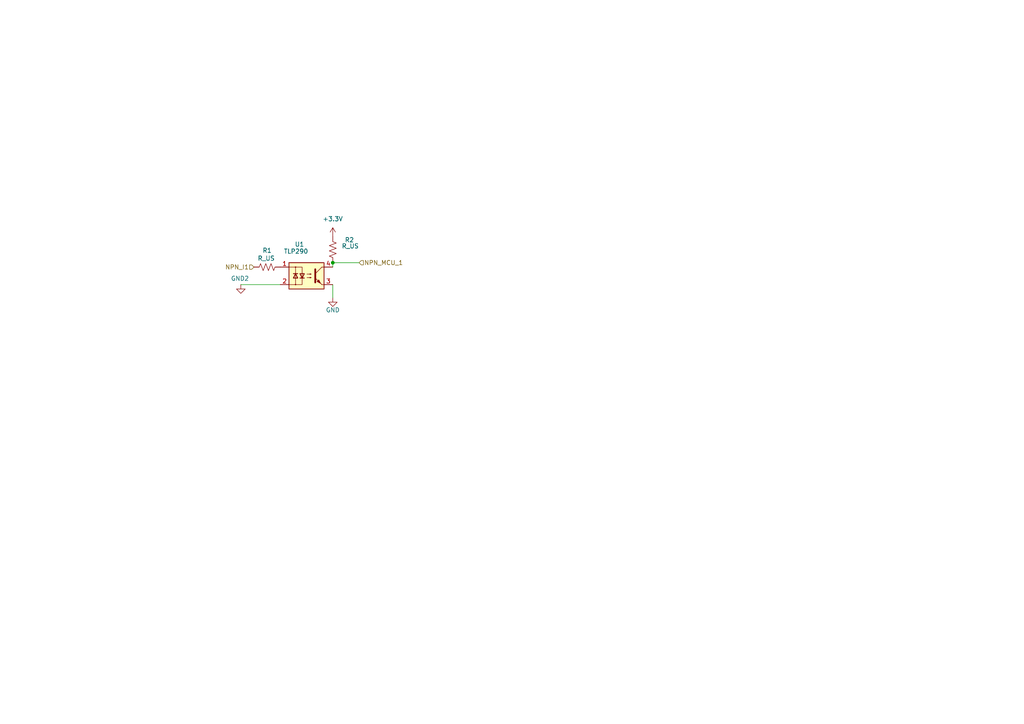
<source format=kicad_sch>
(kicad_sch
	(version 20250114)
	(generator "eeschema")
	(generator_version "9.0")
	(uuid "097cc2c2-3d61-49f8-adeb-1f4e7d888315")
	(paper "A4")
	(lib_symbols
		(symbol "Device:R_US"
			(pin_numbers
				(hide yes)
			)
			(pin_names
				(offset 0)
			)
			(exclude_from_sim no)
			(in_bom yes)
			(on_board yes)
			(property "Reference" "R"
				(at 2.54 0 90)
				(effects
					(font
						(size 1.27 1.27)
					)
				)
			)
			(property "Value" "R_US"
				(at -2.54 0 90)
				(effects
					(font
						(size 1.27 1.27)
					)
				)
			)
			(property "Footprint" ""
				(at 1.016 -0.254 90)
				(effects
					(font
						(size 1.27 1.27)
					)
					(hide yes)
				)
			)
			(property "Datasheet" "~"
				(at 0 0 0)
				(effects
					(font
						(size 1.27 1.27)
					)
					(hide yes)
				)
			)
			(property "Description" "Resistor, US symbol"
				(at 0 0 0)
				(effects
					(font
						(size 1.27 1.27)
					)
					(hide yes)
				)
			)
			(property "ki_keywords" "R res resistor"
				(at 0 0 0)
				(effects
					(font
						(size 1.27 1.27)
					)
					(hide yes)
				)
			)
			(property "ki_fp_filters" "R_*"
				(at 0 0 0)
				(effects
					(font
						(size 1.27 1.27)
					)
					(hide yes)
				)
			)
			(symbol "R_US_0_1"
				(polyline
					(pts
						(xy 0 2.286) (xy 0 2.54)
					)
					(stroke
						(width 0)
						(type default)
					)
					(fill
						(type none)
					)
				)
				(polyline
					(pts
						(xy 0 2.286) (xy 1.016 1.905) (xy 0 1.524) (xy -1.016 1.143) (xy 0 0.762)
					)
					(stroke
						(width 0)
						(type default)
					)
					(fill
						(type none)
					)
				)
				(polyline
					(pts
						(xy 0 0.762) (xy 1.016 0.381) (xy 0 0) (xy -1.016 -0.381) (xy 0 -0.762)
					)
					(stroke
						(width 0)
						(type default)
					)
					(fill
						(type none)
					)
				)
				(polyline
					(pts
						(xy 0 -0.762) (xy 1.016 -1.143) (xy 0 -1.524) (xy -1.016 -1.905) (xy 0 -2.286)
					)
					(stroke
						(width 0)
						(type default)
					)
					(fill
						(type none)
					)
				)
				(polyline
					(pts
						(xy 0 -2.286) (xy 0 -2.54)
					)
					(stroke
						(width 0)
						(type default)
					)
					(fill
						(type none)
					)
				)
			)
			(symbol "R_US_1_1"
				(pin passive line
					(at 0 3.81 270)
					(length 1.27)
					(name "~"
						(effects
							(font
								(size 1.27 1.27)
							)
						)
					)
					(number "1"
						(effects
							(font
								(size 1.27 1.27)
							)
						)
					)
				)
				(pin passive line
					(at 0 -3.81 90)
					(length 1.27)
					(name "~"
						(effects
							(font
								(size 1.27 1.27)
							)
						)
					)
					(number "2"
						(effects
							(font
								(size 1.27 1.27)
							)
						)
					)
				)
			)
			(embedded_fonts no)
		)
		(symbol "Isolator:TLP290"
			(pin_names
				(offset 1.016)
			)
			(exclude_from_sim no)
			(in_bom yes)
			(on_board yes)
			(property "Reference" "U"
				(at -5.08 5.08 0)
				(effects
					(font
						(size 1.27 1.27)
					)
					(justify left)
				)
			)
			(property "Value" "TLP290"
				(at 0 5.08 0)
				(effects
					(font
						(size 1.27 1.27)
					)
					(justify left)
				)
			)
			(property "Footprint" "Package_SO:SOP-4_4.4x2.6mm_P1.27mm"
				(at -21.59 -5.08 0)
				(effects
					(font
						(size 1.27 1.27)
						(italic yes)
					)
					(justify left)
					(hide yes)
				)
			)
			(property "Datasheet" "https://toshiba.semicon-storage.com/info/docget.jsp?did=12882&prodName=TLP290"
				(at 0.635 0 0)
				(effects
					(font
						(size 1.27 1.27)
					)
					(justify left)
					(hide yes)
				)
			)
			(property "Description" "AC/DC Phototransistor Optocoupler, Vce 80V, CTR 50-600%, not recommended for new designs, SOP4"
				(at 0 0 0)
				(effects
					(font
						(size 1.27 1.27)
					)
					(hide yes)
				)
			)
			(property "ki_keywords" "NPN AC DC Phototransistor Optocoupler"
				(at 0 0 0)
				(effects
					(font
						(size 1.27 1.27)
					)
					(hide yes)
				)
			)
			(property "ki_fp_filters" "SOP*4*4.4x2.6mm*P1.27mm*"
				(at 0 0 0)
				(effects
					(font
						(size 1.27 1.27)
					)
					(hide yes)
				)
			)
			(symbol "TLP290_0_1"
				(rectangle
					(start -5.08 3.81)
					(end 5.08 -3.81)
					(stroke
						(width 0.254)
						(type default)
					)
					(fill
						(type background)
					)
				)
				(polyline
					(pts
						(xy -5.08 2.54) (xy -1.27 2.54) (xy -1.27 -0.635)
					)
					(stroke
						(width 0)
						(type default)
					)
					(fill
						(type none)
					)
				)
				(polyline
					(pts
						(xy -3.81 0.635) (xy -2.54 0.635)
					)
					(stroke
						(width 0.254)
						(type default)
					)
					(fill
						(type none)
					)
				)
				(circle
					(center -3.175 2.54)
					(radius 0.127)
					(stroke
						(width 0)
						(type default)
					)
					(fill
						(type none)
					)
				)
				(polyline
					(pts
						(xy -3.175 0.635) (xy -3.81 -0.635) (xy -2.54 -0.635) (xy -3.175 0.635)
					)
					(stroke
						(width 0.254)
						(type default)
					)
					(fill
						(type none)
					)
				)
				(polyline
					(pts
						(xy -3.175 -0.635) (xy -3.175 2.54)
					)
					(stroke
						(width 0)
						(type default)
					)
					(fill
						(type none)
					)
				)
				(polyline
					(pts
						(xy -3.175 -0.635) (xy -3.175 -2.54)
					)
					(stroke
						(width 0)
						(type default)
					)
					(fill
						(type none)
					)
				)
				(circle
					(center -3.175 -2.54)
					(radius 0.127)
					(stroke
						(width 0)
						(type default)
					)
					(fill
						(type none)
					)
				)
				(polyline
					(pts
						(xy -1.905 -0.635) (xy -0.635 -0.635)
					)
					(stroke
						(width 0.254)
						(type default)
					)
					(fill
						(type none)
					)
				)
				(polyline
					(pts
						(xy -1.27 -0.635) (xy -1.27 -2.54) (xy -5.08 -2.54)
					)
					(stroke
						(width 0)
						(type default)
					)
					(fill
						(type none)
					)
				)
				(polyline
					(pts
						(xy -1.27 -0.635) (xy -1.905 0.635) (xy -0.635 0.635) (xy -1.27 -0.635)
					)
					(stroke
						(width 0.254)
						(type default)
					)
					(fill
						(type none)
					)
				)
				(polyline
					(pts
						(xy 0.127 0.508) (xy 1.397 0.508) (xy 1.016 0.381) (xy 1.016 0.635) (xy 1.397 0.508)
					)
					(stroke
						(width 0)
						(type default)
					)
					(fill
						(type none)
					)
				)
				(polyline
					(pts
						(xy 0.127 -0.508) (xy 1.397 -0.508) (xy 1.016 -0.635) (xy 1.016 -0.381) (xy 1.397 -0.508)
					)
					(stroke
						(width 0)
						(type default)
					)
					(fill
						(type none)
					)
				)
				(polyline
					(pts
						(xy 2.54 1.905) (xy 2.54 -1.905)
					)
					(stroke
						(width 0.508)
						(type default)
					)
					(fill
						(type none)
					)
				)
				(polyline
					(pts
						(xy 2.54 0.635) (xy 4.445 2.54)
					)
					(stroke
						(width 0)
						(type default)
					)
					(fill
						(type none)
					)
				)
				(polyline
					(pts
						(xy 3.048 -1.651) (xy 3.556 -1.143) (xy 4.064 -2.159) (xy 3.048 -1.651)
					)
					(stroke
						(width 0)
						(type default)
					)
					(fill
						(type outline)
					)
				)
				(polyline
					(pts
						(xy 4.445 2.54) (xy 5.08 2.54)
					)
					(stroke
						(width 0)
						(type default)
					)
					(fill
						(type none)
					)
				)
				(polyline
					(pts
						(xy 4.445 -2.54) (xy 2.54 -0.635)
					)
					(stroke
						(width 0)
						(type default)
					)
					(fill
						(type outline)
					)
				)
				(polyline
					(pts
						(xy 4.445 -2.54) (xy 5.08 -2.54)
					)
					(stroke
						(width 0)
						(type default)
					)
					(fill
						(type none)
					)
				)
			)
			(symbol "TLP290_1_1"
				(pin passive line
					(at -7.62 2.54 0)
					(length 2.54)
					(name "~"
						(effects
							(font
								(size 1.27 1.27)
							)
						)
					)
					(number "1"
						(effects
							(font
								(size 1.27 1.27)
							)
						)
					)
				)
				(pin passive line
					(at -7.62 -2.54 0)
					(length 2.54)
					(name "~"
						(effects
							(font
								(size 1.27 1.27)
							)
						)
					)
					(number "2"
						(effects
							(font
								(size 1.27 1.27)
							)
						)
					)
				)
				(pin passive line
					(at 7.62 2.54 180)
					(length 2.54)
					(name "~"
						(effects
							(font
								(size 1.27 1.27)
							)
						)
					)
					(number "4"
						(effects
							(font
								(size 1.27 1.27)
							)
						)
					)
				)
				(pin passive line
					(at 7.62 -2.54 180)
					(length 2.54)
					(name "~"
						(effects
							(font
								(size 1.27 1.27)
							)
						)
					)
					(number "3"
						(effects
							(font
								(size 1.27 1.27)
							)
						)
					)
				)
			)
			(embedded_fonts no)
		)
		(symbol "power:+3.3V"
			(power)
			(pin_numbers
				(hide yes)
			)
			(pin_names
				(offset 0)
				(hide yes)
			)
			(exclude_from_sim no)
			(in_bom yes)
			(on_board yes)
			(property "Reference" "#PWR"
				(at 0 -3.81 0)
				(effects
					(font
						(size 1.27 1.27)
					)
					(hide yes)
				)
			)
			(property "Value" "+3.3V"
				(at 0 3.556 0)
				(effects
					(font
						(size 1.27 1.27)
					)
				)
			)
			(property "Footprint" ""
				(at 0 0 0)
				(effects
					(font
						(size 1.27 1.27)
					)
					(hide yes)
				)
			)
			(property "Datasheet" ""
				(at 0 0 0)
				(effects
					(font
						(size 1.27 1.27)
					)
					(hide yes)
				)
			)
			(property "Description" "Power symbol creates a global label with name \"+3.3V\""
				(at 0 0 0)
				(effects
					(font
						(size 1.27 1.27)
					)
					(hide yes)
				)
			)
			(property "ki_keywords" "global power"
				(at 0 0 0)
				(effects
					(font
						(size 1.27 1.27)
					)
					(hide yes)
				)
			)
			(symbol "+3.3V_0_1"
				(polyline
					(pts
						(xy -0.762 1.27) (xy 0 2.54)
					)
					(stroke
						(width 0)
						(type default)
					)
					(fill
						(type none)
					)
				)
				(polyline
					(pts
						(xy 0 2.54) (xy 0.762 1.27)
					)
					(stroke
						(width 0)
						(type default)
					)
					(fill
						(type none)
					)
				)
				(polyline
					(pts
						(xy 0 0) (xy 0 2.54)
					)
					(stroke
						(width 0)
						(type default)
					)
					(fill
						(type none)
					)
				)
			)
			(symbol "+3.3V_1_1"
				(pin power_in line
					(at 0 0 90)
					(length 0)
					(name "~"
						(effects
							(font
								(size 1.27 1.27)
							)
						)
					)
					(number "1"
						(effects
							(font
								(size 1.27 1.27)
							)
						)
					)
				)
			)
			(embedded_fonts no)
		)
		(symbol "power:GND1"
			(power)
			(pin_numbers
				(hide yes)
			)
			(pin_names
				(offset 0)
				(hide yes)
			)
			(exclude_from_sim no)
			(in_bom yes)
			(on_board yes)
			(property "Reference" "#PWR"
				(at 0 -6.35 0)
				(effects
					(font
						(size 1.27 1.27)
					)
					(hide yes)
				)
			)
			(property "Value" "GND1"
				(at 0 -3.81 0)
				(effects
					(font
						(size 1.27 1.27)
					)
				)
			)
			(property "Footprint" ""
				(at 0 0 0)
				(effects
					(font
						(size 1.27 1.27)
					)
					(hide yes)
				)
			)
			(property "Datasheet" ""
				(at 0 0 0)
				(effects
					(font
						(size 1.27 1.27)
					)
					(hide yes)
				)
			)
			(property "Description" "Power symbol creates a global label with name \"GND1\" , ground"
				(at 0 0 0)
				(effects
					(font
						(size 1.27 1.27)
					)
					(hide yes)
				)
			)
			(property "ki_keywords" "global power"
				(at 0 0 0)
				(effects
					(font
						(size 1.27 1.27)
					)
					(hide yes)
				)
			)
			(symbol "GND1_0_1"
				(polyline
					(pts
						(xy 0 0) (xy 0 -1.27) (xy 1.27 -1.27) (xy 0 -2.54) (xy -1.27 -1.27) (xy 0 -1.27)
					)
					(stroke
						(width 0)
						(type default)
					)
					(fill
						(type none)
					)
				)
			)
			(symbol "GND1_1_1"
				(pin power_in line
					(at 0 0 270)
					(length 0)
					(name "~"
						(effects
							(font
								(size 1.27 1.27)
							)
						)
					)
					(number "1"
						(effects
							(font
								(size 1.27 1.27)
							)
						)
					)
				)
			)
			(embedded_fonts no)
		)
	)
	(junction
		(at 96.52 76.2)
		(diameter 0)
		(color 0 0 0 0)
		(uuid "f6e37c9d-9c37-4585-9be6-32553f94b46e")
	)
	(wire
		(pts
			(xy 96.52 86.36) (xy 96.52 82.55)
		)
		(stroke
			(width 0)
			(type default)
		)
		(uuid "2200b65d-9dda-4123-b4a3-82d627e87ffc")
	)
	(wire
		(pts
			(xy 104.14 76.2) (xy 96.52 76.2)
		)
		(stroke
			(width 0)
			(type default)
		)
		(uuid "60776d14-6e31-42a7-8697-0a7fe72e3ce9")
	)
	(wire
		(pts
			(xy 96.52 76.2) (xy 96.52 77.47)
		)
		(stroke
			(width 0)
			(type default)
		)
		(uuid "a7e941c1-05f4-4ce9-8e27-197a4e4c9219")
	)
	(wire
		(pts
			(xy 69.85 82.55) (xy 81.28 82.55)
		)
		(stroke
			(width 0)
			(type default)
		)
		(uuid "e2c68f6a-5a6a-4869-bf26-492414401805")
	)
	(hierarchical_label "NPN_I1"
		(shape input)
		(at 73.66 77.47 180)
		(effects
			(font
				(size 1.27 1.27)
			)
			(justify right)
		)
		(uuid "04813ad3-ba2e-4966-a674-5d78e2746690")
	)
	(hierarchical_label "NPN_MCU_1"
		(shape input)
		(at 104.14 76.2 0)
		(effects
			(font
				(size 1.27 1.27)
			)
			(justify left)
		)
		(uuid "d963d355-2660-4f71-bfba-0865051acdd2")
	)
	(symbol
		(lib_id "power:+3.3V")
		(at 96.52 68.58 0)
		(unit 1)
		(exclude_from_sim no)
		(in_bom yes)
		(on_board yes)
		(dnp no)
		(fields_autoplaced yes)
		(uuid "0fe91e99-2275-4a9f-8edf-86f085149ba2")
		(property "Reference" "#PWR05"
			(at 96.52 72.39 0)
			(effects
				(font
					(size 1.27 1.27)
				)
				(hide yes)
			)
		)
		(property "Value" "+3.3V"
			(at 96.52 63.5 0)
			(effects
				(font
					(size 1.27 1.27)
				)
			)
		)
		(property "Footprint" ""
			(at 96.52 68.58 0)
			(effects
				(font
					(size 1.27 1.27)
				)
				(hide yes)
			)
		)
		(property "Datasheet" ""
			(at 96.52 68.58 0)
			(effects
				(font
					(size 1.27 1.27)
				)
				(hide yes)
			)
		)
		(property "Description" "Power symbol creates a global label with name \"+3.3V\""
			(at 96.52 68.58 0)
			(effects
				(font
					(size 1.27 1.27)
				)
				(hide yes)
			)
		)
		(pin "1"
			(uuid "4c6a3bd0-e63a-402f-91e7-c22c3c41d1bf")
		)
		(instances
			(project "PLC4UNI_Dev_Board_1.0"
				(path "/7bd5389b-bffc-4135-b1d3-55f66ca2af6c/2c6ce7db-5b30-4eac-b77d-7c81d7578578"
					(reference "#PWR02")
					(unit 1)
				)
				(path "/7bd5389b-bffc-4135-b1d3-55f66ca2af6c/486bd80c-ec5b-4572-9bd1-952d262a97ae"
					(reference "#PWR05")
					(unit 1)
				)
				(path "/7bd5389b-bffc-4135-b1d3-55f66ca2af6c/d4273d9a-d74b-45cd-9163-b08e2d7c7f10"
					(reference "#PWR08")
					(unit 1)
				)
				(path "/7bd5389b-bffc-4135-b1d3-55f66ca2af6c/fcd15253-91cc-4c9a-8b57-97f667e0178d"
					(reference "#PWR011")
					(unit 1)
				)
			)
		)
	)
	(symbol
		(lib_id "Isolator:TLP290")
		(at 88.9 80.01 0)
		(unit 1)
		(exclude_from_sim no)
		(in_bom yes)
		(on_board yes)
		(dnp no)
		(uuid "2549b06c-ea40-4bfb-9b3d-9be8baa13d72")
		(property "Reference" "U3"
			(at 86.868 70.866 0)
			(effects
				(font
					(size 1.27 1.27)
				)
			)
		)
		(property "Value" "TLP290"
			(at 85.852 72.898 0)
			(effects
				(font
					(size 1.27 1.27)
				)
			)
		)
		(property "Footprint" "Package_SO:SOP-4_4.4x2.6mm_P1.27mm"
			(at 67.31 85.09 0)
			(effects
				(font
					(size 1.27 1.27)
					(italic yes)
				)
				(justify left)
				(hide yes)
			)
		)
		(property "Datasheet" "https://toshiba.semicon-storage.com/info/docget.jsp?did=12882&prodName=TLP290"
			(at 89.535 80.01 0)
			(effects
				(font
					(size 1.27 1.27)
				)
				(justify left)
				(hide yes)
			)
		)
		(property "Description" "AC/DC Phototransistor Optocoupler, Vce 80V, CTR 50-600%, not recommended for new designs, SOP4"
			(at 88.9 80.01 0)
			(effects
				(font
					(size 1.27 1.27)
				)
				(hide yes)
			)
		)
		(pin "2"
			(uuid "ec12adcd-187c-48d9-b0a1-47a54f1718b7")
		)
		(pin "1"
			(uuid "858948f5-fbb2-4029-a862-379585425713")
		)
		(pin "4"
			(uuid "508a7b76-6944-4a3a-905f-d9ade1a30789")
		)
		(pin "3"
			(uuid "e31ba14a-07b2-45da-ad64-43be7c5bab3f")
		)
		(instances
			(project "PLC4UNI_Dev_Board_1.0"
				(path "/7bd5389b-bffc-4135-b1d3-55f66ca2af6c/2c6ce7db-5b30-4eac-b77d-7c81d7578578"
					(reference "U1")
					(unit 1)
				)
				(path "/7bd5389b-bffc-4135-b1d3-55f66ca2af6c/486bd80c-ec5b-4572-9bd1-952d262a97ae"
					(reference "U3")
					(unit 1)
				)
				(path "/7bd5389b-bffc-4135-b1d3-55f66ca2af6c/d4273d9a-d74b-45cd-9163-b08e2d7c7f10"
					(reference "U2")
					(unit 1)
				)
				(path "/7bd5389b-bffc-4135-b1d3-55f66ca2af6c/fcd15253-91cc-4c9a-8b57-97f667e0178d"
					(reference "U4")
					(unit 1)
				)
			)
		)
	)
	(symbol
		(lib_id "power:GND1")
		(at 69.85 82.55 0)
		(mirror y)
		(unit 1)
		(exclude_from_sim no)
		(in_bom yes)
		(on_board yes)
		(dnp no)
		(uuid "2c726035-2d3c-441f-aa86-cc550cab4d17")
		(property "Reference" "#PWR03"
			(at 69.85 88.9 0)
			(effects
				(font
					(size 1.27 1.27)
				)
				(hide yes)
			)
		)
		(property "Value" "GND2"
			(at 69.596 80.772 0)
			(effects
				(font
					(size 1.27 1.27)
				)
			)
		)
		(property "Footprint" ""
			(at 69.85 82.55 0)
			(effects
				(font
					(size 1.27 1.27)
				)
				(hide yes)
			)
		)
		(property "Datasheet" ""
			(at 69.85 82.55 0)
			(effects
				(font
					(size 1.27 1.27)
				)
				(hide yes)
			)
		)
		(property "Description" "Power symbol creates a global label with name \"GND1\" , ground"
			(at 69.85 82.55 0)
			(effects
				(font
					(size 1.27 1.27)
				)
				(hide yes)
			)
		)
		(pin "1"
			(uuid "ef9531a4-3481-4080-b853-ee272dda216b")
		)
		(instances
			(project "PLC4UNI_Dev_Board_1.0"
				(path "/7bd5389b-bffc-4135-b1d3-55f66ca2af6c/2c6ce7db-5b30-4eac-b77d-7c81d7578578"
					(reference "#PWR01")
					(unit 1)
				)
				(path "/7bd5389b-bffc-4135-b1d3-55f66ca2af6c/486bd80c-ec5b-4572-9bd1-952d262a97ae"
					(reference "#PWR03")
					(unit 1)
				)
				(path "/7bd5389b-bffc-4135-b1d3-55f66ca2af6c/d4273d9a-d74b-45cd-9163-b08e2d7c7f10"
					(reference "#PWR07")
					(unit 1)
				)
				(path "/7bd5389b-bffc-4135-b1d3-55f66ca2af6c/fcd15253-91cc-4c9a-8b57-97f667e0178d"
					(reference "#PWR010")
					(unit 1)
				)
			)
		)
	)
	(symbol
		(lib_id "Device:R_US")
		(at 77.47 77.47 90)
		(unit 1)
		(exclude_from_sim no)
		(in_bom yes)
		(on_board yes)
		(dnp no)
		(uuid "6e9191ea-50b4-4db3-a513-34323261b1a0")
		(property "Reference" "R4"
			(at 77.47 72.644 90)
			(effects
				(font
					(size 1.27 1.27)
				)
			)
		)
		(property "Value" "R_US"
			(at 77.216 74.93 90)
			(effects
				(font
					(size 1.27 1.27)
				)
			)
		)
		(property "Footprint" "Resistor_SMD:R_0201_0603Metric"
			(at 77.724 76.454 90)
			(effects
				(font
					(size 1.27 1.27)
				)
				(hide yes)
			)
		)
		(property "Datasheet" "~"
			(at 77.47 77.47 0)
			(effects
				(font
					(size 1.27 1.27)
				)
				(hide yes)
			)
		)
		(property "Description" "Resistor, US symbol"
			(at 77.47 77.47 0)
			(effects
				(font
					(size 1.27 1.27)
				)
				(hide yes)
			)
		)
		(pin "1"
			(uuid "8e1a0f2f-d021-4841-a8f3-514d76a92b68")
		)
		(pin "2"
			(uuid "594b4743-7cd4-4915-98b5-3dc766d3e7c0")
		)
		(instances
			(project "PLC4UNI_Dev_Board_1.0"
				(path "/7bd5389b-bffc-4135-b1d3-55f66ca2af6c/2c6ce7db-5b30-4eac-b77d-7c81d7578578"
					(reference "R1")
					(unit 1)
				)
				(path "/7bd5389b-bffc-4135-b1d3-55f66ca2af6c/486bd80c-ec5b-4572-9bd1-952d262a97ae"
					(reference "R4")
					(unit 1)
				)
				(path "/7bd5389b-bffc-4135-b1d3-55f66ca2af6c/d4273d9a-d74b-45cd-9163-b08e2d7c7f10"
					(reference "R3")
					(unit 1)
				)
				(path "/7bd5389b-bffc-4135-b1d3-55f66ca2af6c/fcd15253-91cc-4c9a-8b57-97f667e0178d"
					(reference "R7")
					(unit 1)
				)
			)
		)
	)
	(symbol
		(lib_id "power:GND1")
		(at 96.52 86.36 0)
		(mirror y)
		(unit 1)
		(exclude_from_sim no)
		(in_bom yes)
		(on_board yes)
		(dnp no)
		(uuid "8b3b0c14-af47-4f54-81d8-3c77bd823e30")
		(property "Reference" "#PWR06"
			(at 96.52 92.71 0)
			(effects
				(font
					(size 1.27 1.27)
				)
				(hide yes)
			)
		)
		(property "Value" "GND"
			(at 96.52 89.916 0)
			(effects
				(font
					(size 1.27 1.27)
				)
			)
		)
		(property "Footprint" ""
			(at 96.52 86.36 0)
			(effects
				(font
					(size 1.27 1.27)
				)
				(hide yes)
			)
		)
		(property "Datasheet" ""
			(at 96.52 86.36 0)
			(effects
				(font
					(size 1.27 1.27)
				)
				(hide yes)
			)
		)
		(property "Description" "Power symbol creates a global label with name \"GND1\" , ground"
			(at 96.52 86.36 0)
			(effects
				(font
					(size 1.27 1.27)
				)
				(hide yes)
			)
		)
		(pin "1"
			(uuid "89f51622-db83-4dff-bdda-f10d49aeef2c")
		)
		(instances
			(project "PLC4UNI_Dev_Board_1.0"
				(path "/7bd5389b-bffc-4135-b1d3-55f66ca2af6c/2c6ce7db-5b30-4eac-b77d-7c81d7578578"
					(reference "#PWR04")
					(unit 1)
				)
				(path "/7bd5389b-bffc-4135-b1d3-55f66ca2af6c/486bd80c-ec5b-4572-9bd1-952d262a97ae"
					(reference "#PWR06")
					(unit 1)
				)
				(path "/7bd5389b-bffc-4135-b1d3-55f66ca2af6c/d4273d9a-d74b-45cd-9163-b08e2d7c7f10"
					(reference "#PWR09")
					(unit 1)
				)
				(path "/7bd5389b-bffc-4135-b1d3-55f66ca2af6c/fcd15253-91cc-4c9a-8b57-97f667e0178d"
					(reference "#PWR012")
					(unit 1)
				)
			)
		)
	)
	(symbol
		(lib_id "Device:R_US")
		(at 96.52 72.39 0)
		(unit 1)
		(exclude_from_sim no)
		(in_bom yes)
		(on_board yes)
		(dnp no)
		(uuid "b945fa19-3c0a-4ea5-90c7-d609a19c8482")
		(property "Reference" "R5"
			(at 101.346 69.596 0)
			(effects
				(font
					(size 1.27 1.27)
				)
			)
		)
		(property "Value" "R_US"
			(at 101.6 71.374 0)
			(effects
				(font
					(size 1.27 1.27)
				)
			)
		)
		(property "Footprint" "Resistor_SMD:R_0201_0603Metric"
			(at 97.536 72.644 90)
			(effects
				(font
					(size 1.27 1.27)
				)
				(hide yes)
			)
		)
		(property "Datasheet" "~"
			(at 96.52 72.39 0)
			(effects
				(font
					(size 1.27 1.27)
				)
				(hide yes)
			)
		)
		(property "Description" "Resistor, US symbol"
			(at 96.52 72.39 0)
			(effects
				(font
					(size 1.27 1.27)
				)
				(hide yes)
			)
		)
		(pin "1"
			(uuid "5a606e0d-a356-4154-baed-52afb95f3045")
		)
		(pin "2"
			(uuid "d2f35590-05fc-476d-a23f-58da2f446ec8")
		)
		(instances
			(project "PLC4UNI_Dev_Board_1.0"
				(path "/7bd5389b-bffc-4135-b1d3-55f66ca2af6c/2c6ce7db-5b30-4eac-b77d-7c81d7578578"
					(reference "R2")
					(unit 1)
				)
				(path "/7bd5389b-bffc-4135-b1d3-55f66ca2af6c/486bd80c-ec5b-4572-9bd1-952d262a97ae"
					(reference "R5")
					(unit 1)
				)
				(path "/7bd5389b-bffc-4135-b1d3-55f66ca2af6c/d4273d9a-d74b-45cd-9163-b08e2d7c7f10"
					(reference "R6")
					(unit 1)
				)
				(path "/7bd5389b-bffc-4135-b1d3-55f66ca2af6c/fcd15253-91cc-4c9a-8b57-97f667e0178d"
					(reference "R8")
					(unit 1)
				)
			)
		)
	)
)

</source>
